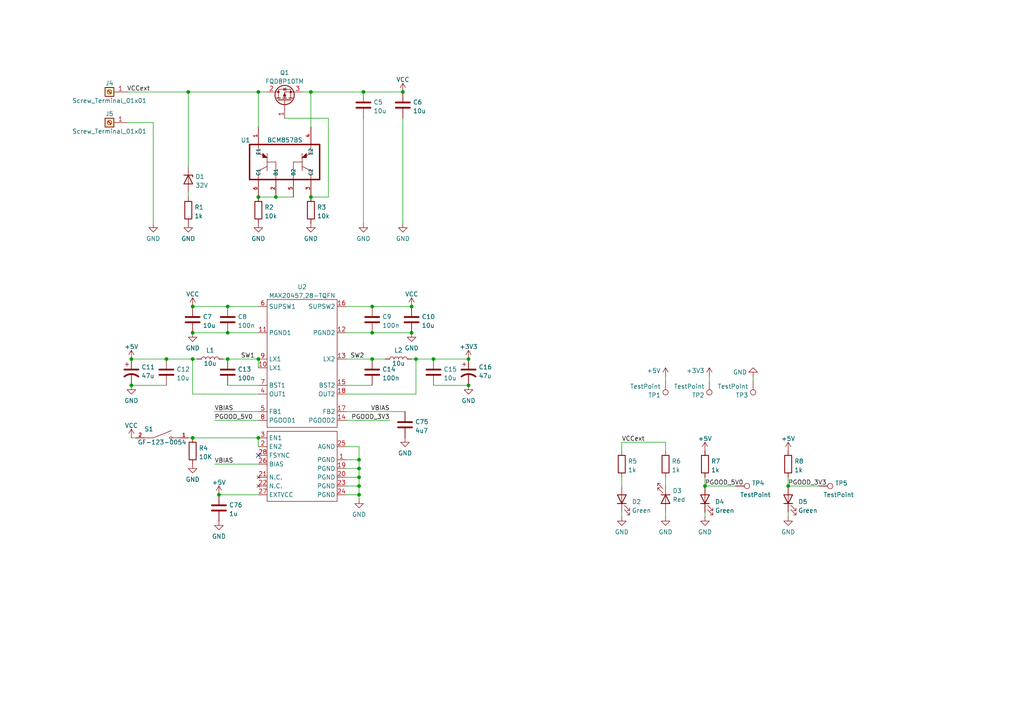
<source format=kicad_sch>
(kicad_sch (version 20211123) (generator eeschema)
  (paper "A4")
  (lib_symbols
    (symbol "BCM857BS:BCM857BS" (pin_names (offset 1.016))
      (property "Reference" "U" (at 12.6746 3.556 0))
      (property "Value" "BCM857BS" (at 10.1346 -9.0932 0))
      (symbol "BCM857BS_0_0"
        (polyline (pts (xy -10.16 -5.08) (xy -10.16 5.08)) (stroke (width 0.4064)))
        (polyline (pts (xy -10.16 5.08) (xy 10.16 5.08)) (stroke (width 0.4064)))
        (polyline (pts (xy 10.16 -5.08) (xy -10.16 -5.08)) (stroke (width 0.4064)))
        (polyline (pts (xy 10.16 5.08) (xy 10.16 -5.08)) (stroke (width 0.4064)))
      )
      (symbol "BCM857BS_0_1"
        (polyline (pts (xy -5.08 2.54) (xy -5.08 -2.54)))
        (polyline (pts (xy 5.08 2.54) (xy 5.08 -2.54)))
        (polyline (pts (xy -7.62 -5.08) (xy -7.62 -2.54) (xy -5.08 -1.27)))
        (polyline (pts (xy -7.62 5.08) (xy -7.62 2.54) (xy -5.08 1.27)))
        (polyline (pts (xy -5.08 0) (xy -2.54 0) (xy -2.54 -5.08)))
        (polyline (pts (xy 5.08 0) (xy 2.54 0) (xy 2.54 -5.08)))
        (polyline (pts (xy 7.62 -5.08) (xy 7.62 -2.54) (xy 5.08 -1.27)))
        (polyline (pts (xy 7.62 5.08) (xy 7.62 2.54) (xy 5.08 1.27)))
        (polyline (pts (xy -5.08 1.27) (xy -6.35 2.54) (xy -6.35 1.27) (xy -5.08 1.27)) (fill (type outline)))
        (polyline (pts (xy 5.08 1.27) (xy 6.35 2.54) (xy 6.35 1.27) (xy 5.08 1.27)) (fill (type outline)))
      )
      (symbol "BCM857BS_1_0"
        (pin bidirectional line (at -7.62 10.16 270) (length 5.08) (name "E1") (number "1"))
        (pin bidirectional line (at -2.54 -10.16 90) (length 5.08) (name "B1") (number "2"))
        (pin bidirectional line (at 7.62 -10.16 90) (length 5.08) (name "C2") (number "3"))
        (pin bidirectional line (at 7.62 10.16 270) (length 5.08) (name "E2") (number "4"))
        (pin bidirectional line (at 2.54 -10.16 90) (length 5.08) (name "B2") (number "5"))
        (pin bidirectional line (at -7.62 -10.16 90) (length 5.08) (name "C1") (number "6"))
      )
    )
    (symbol "Connector:Screw_Terminal_01x01" (pin_names (offset 1.016) hide)
      (property "Reference" "J" (at 0 2.54 0))
      (property "Value" "Screw_Terminal_01x01" (at 0 -2.54 0))
      (symbol "Screw_Terminal_01x01_1_1"
        (rectangle (start -1.27 1.27) (end 1.27 -1.27) (stroke (width 0.254)) (fill (type background)))
        (polyline (pts (xy -0.5334 0.3302) (xy 0.3302 -0.508)) (stroke (width 0.1524)))
        (polyline (pts (xy -0.3556 0.508) (xy 0.508 -0.3302)) (stroke (width 0.1524)))
        (circle (center 0 0) (radius 0.635) (stroke (width 0.1524)))
        (pin passive line (at -5.08 0 0) (length 3.81) (name "Pin_1") (number "1"))
      )
    )
    (symbol "Connector:TestPoint" (pin_numbers hide) (pin_names (offset 0.762) hide)
      (property "Reference" "TP" (at 0 6.858 0))
      (property "Value" "TestPoint" (at 0 5.08 0))
      (symbol "TestPoint_0_1"
        (circle (center 0 3.302) (radius 0.762))
      )
      (symbol "TestPoint_1_1"
        (pin passive line (at 0 0 90) (length 2.54) (name "1") (number "1"))
      )
    )
    (symbol "Device:C" (pin_numbers hide) (pin_names (offset 0.254))
      (property "Reference" "C" (at 0.635 2.54 0))
      (property "Value" "C" (at 0.635 -2.54 0))
      (symbol "C_0_1"
        (polyline (pts (xy -2.032 -0.762) (xy 2.032 -0.762)) (stroke (width 0.508)))
        (polyline (pts (xy -2.032 0.762) (xy 2.032 0.762)) (stroke (width 0.508)))
      )
      (symbol "C_1_1"
        (pin passive line (at 0 3.81 270) (length 2.794) (name "~") (number "1"))
        (pin passive line (at 0 -3.81 90) (length 2.794) (name "~") (number "2"))
      )
    )
    (symbol "Device:C_Polarized_US" (pin_numbers hide) (pin_names (offset 0.254) hide)
      (property "Reference" "C" (at 0.635 2.54 0))
      (property "Value" "C_Polarized_US" (at 0.635 -2.54 0))
      (symbol "C_Polarized_US_0_1"
        (polyline (pts (xy -2.032 0.762) (xy 2.032 0.762)) (stroke (width 0.508)))
        (polyline (pts (xy -1.778 2.286) (xy -0.762 2.286)))
        (polyline (pts (xy -1.27 1.778) (xy -1.27 2.794)))
        (arc (start 2.032 -1.27) (mid 0 -0.5572) (end -2.032 -1.27) (stroke (width 0.508)))
      )
      (symbol "C_Polarized_US_1_1"
        (pin passive line (at 0 3.81 270) (length 2.794) (name "~") (number "1"))
        (pin passive line (at 0 -3.81 90) (length 3.302) (name "~") (number "2"))
      )
    )
    (symbol "Device:D_Zener" (pin_numbers hide) (pin_names (offset 1.016) hide)
      (property "Reference" "D" (at 0 2.54 0))
      (property "Value" "D_Zener" (at 0 -2.54 0))
      (symbol "D_Zener_0_1"
        (polyline (pts (xy 1.27 0) (xy -1.27 0)))
        (polyline (pts (xy -1.27 -1.27) (xy -1.27 1.27) (xy -0.762 1.27)) (stroke (width 0.254)))
        (polyline (pts (xy 1.27 -1.27) (xy 1.27 1.27) (xy -1.27 0) (xy 1.27 -1.27)) (stroke (width 0.254)))
      )
      (symbol "D_Zener_1_1"
        (pin passive line (at -3.81 0 0) (length 2.54) (name "K") (number "1"))
        (pin passive line (at 3.81 0 180) (length 2.54) (name "A") (number "2"))
      )
    )
    (symbol "Device:L" (pin_numbers hide) (pin_names (offset 1.016) hide)
      (property "Reference" "L" (at -1.27 0 90))
      (property "Value" "L" (at 1.905 0 90))
      (symbol "L_0_1"
        (arc (start 0 -2.54) (mid 0.635 -1.905) (end 0 -1.27))
        (arc (start 0 -1.27) (mid 0.635 -0.635) (end 0 0))
        (arc (start 0 0) (mid 0.635 0.635) (end 0 1.27))
        (arc (start 0 1.27) (mid 0.635 1.905) (end 0 2.54))
      )
      (symbol "L_1_1"
        (pin passive line (at 0 3.81 270) (length 1.27) (name "1") (number "1"))
        (pin passive line (at 0 -3.81 90) (length 1.27) (name "2") (number "2"))
      )
    )
    (symbol "Device:LED" (pin_numbers hide) (pin_names (offset 1.016) hide)
      (property "Reference" "D" (at 0 2.54 0))
      (property "Value" "LED" (at 0 -2.54 0))
      (symbol "LED_0_1"
        (polyline (pts (xy -1.27 -1.27) (xy -1.27 1.27)) (stroke (width 0.254)))
        (polyline (pts (xy -1.27 0) (xy 1.27 0)))
        (polyline (pts (xy 1.27 -1.27) (xy 1.27 1.27) (xy -1.27 0) (xy 1.27 -1.27)) (stroke (width 0.254)))
        (polyline (pts (xy -3.048 -0.762) (xy -4.572 -2.286) (xy -3.81 -2.286) (xy -4.572 -2.286) (xy -4.572 -1.524)))
        (polyline (pts (xy -1.778 -0.762) (xy -3.302 -2.286) (xy -2.54 -2.286) (xy -3.302 -2.286) (xy -3.302 -1.524)))
      )
      (symbol "LED_1_1"
        (pin passive line (at -3.81 0 0) (length 2.54) (name "K") (number "1"))
        (pin passive line (at 3.81 0 180) (length 2.54) (name "A") (number "2"))
      )
    )
    (symbol "Device:Q_PMOS_GDS" (pin_names (offset 0) hide)
      (property "Reference" "Q" (at 5.08 1.27 0))
      (property "Value" "Q_PMOS_GDS" (at 5.08 -1.27 0))
      (symbol "Q_PMOS_GDS_0_1"
        (polyline (pts (xy 0.254 0) (xy -2.54 0)))
        (polyline (pts (xy 0.254 1.905) (xy 0.254 -1.905)) (stroke (width 0.254)))
        (polyline (pts (xy 0.762 -1.27) (xy 0.762 -2.286)) (stroke (width 0.254)))
        (polyline (pts (xy 0.762 0.508) (xy 0.762 -0.508)) (stroke (width 0.254)))
        (polyline (pts (xy 0.762 2.286) (xy 0.762 1.27)) (stroke (width 0.254)))
        (polyline (pts (xy 2.54 2.54) (xy 2.54 1.778)))
        (polyline (pts (xy 2.54 -2.54) (xy 2.54 0) (xy 0.762 0)))
        (polyline (pts (xy 0.762 1.778) (xy 3.302 1.778) (xy 3.302 -1.778) (xy 0.762 -1.778)))
        (polyline (pts (xy 2.286 0) (xy 1.27 0.381) (xy 1.27 -0.381) (xy 2.286 0)) (fill (type outline)))
        (polyline (pts (xy 2.794 -0.508) (xy 2.921 -0.381) (xy 3.683 -0.381) (xy 3.81 -0.254)))
        (polyline (pts (xy 3.302 -0.381) (xy 2.921 0.254) (xy 3.683 0.254) (xy 3.302 -0.381)))
        (circle (center 1.651 0) (radius 2.794) (stroke (width 0.254)))
        (circle (center 2.54 -1.778) (radius 0.254) (fill (type outline)))
        (circle (center 2.54 1.778) (radius 0.254) (fill (type outline)))
      )
      (symbol "Q_PMOS_GDS_1_1"
        (pin input line (at -5.08 0 0) (length 2.54) (name "G") (number "1"))
        (pin passive line (at 2.54 5.08 270) (length 2.54) (name "D") (number "2"))
        (pin passive line (at 2.54 -5.08 90) (length 2.54) (name "S") (number "3"))
      )
    )
    (symbol "Device:R" (pin_numbers hide) (pin_names (offset 0))
      (property "Reference" "R" (at 2.032 0 90))
      (property "Value" "R" (at 0 0 90))
      (symbol "R_0_1"
        (rectangle (start -1.016 -2.54) (end 1.016 2.54) (stroke (width 0.254)))
      )
      (symbol "R_1_1"
        (pin passive line (at 0 3.81 270) (length 1.27) (name "~") (number "1"))
        (pin passive line (at 0 -3.81 90) (length 1.27) (name "~") (number "2"))
      )
    )
    (symbol "GF-123-0054:GF-123-0054" (pin_names (offset 1.016) hide)
      (property "Reference" "S" (at -2.54 2.54 0))
      (property "Value" "GF-123-0054" (at -2.54 -2.54 0))
      (symbol "GF-123-0054_0_0"
        (polyline (pts (xy -2.54 0) (xy -5.08 0)) (stroke (width 0.1524)))
        (polyline (pts (xy -2.54 0) (xy 2.794 2.1336)) (stroke (width 0.1524)))
        (polyline (pts (xy 5.08 0) (xy 2.921 0)) (stroke (width 0.1524)))
        (circle (center 2.54 0) (radius 0.3302) (stroke (width 0.1524)))
        (pin passive line (at 7.62 0 180) (length 2.54) (name "~") (number "1"))
        (pin passive line (at -7.62 0 0) (length 2.54) (name "~") (number "2"))
      )
    )
    (symbol "MASA:MAX20457,28-TQFN"
      (property "Reference" "U" (at 3.175 3.175 0))
      (property "Value" "MAX20457,28-TQFN" (at 13.462 -58.166 0))
      (symbol "MAX20457,28-TQFN_0_0"
        (rectangle (start 2.54 -36.195) (end 22.86 -56.515) (stroke (width 0.1524)))
        (rectangle (start 2.54 2.032) (end 22.86 -35.052) (stroke (width 0.1524)))
      )
      (symbol "MAX20457,28-TQFN_1_1"
        (pin power_in line (at 25.4 -44.45 180) (length 2.54) (name "PGND") (number "1"))
        (pin power_out line (at 0 -17.78 0) (length 2.54) (name "LX1") (number "10"))
        (pin power_in line (at 0 -7.62 0) (length 2.54) (name "PGND1") (number "11"))
        (pin power_in line (at 25.4 -7.62 180) (length 2.54) (name "PGND2") (number "12"))
        (pin power_out line (at 25.4 -15.24 180) (length 2.54) (name "LX2") (number "13"))
        (pin output line (at 25.4 -33.02 180) (length 2.54) (name "PGOOD2") (number "14"))
        (pin unspecified line (at 25.4 -22.86 180) (length 2.54) (name "BST2") (number "15"))
        (pin power_in line (at 25.4 0 180) (length 2.54) (name "SUPSW2") (number "16"))
        (pin output line (at 25.4 -30.48 180) (length 2.54) (name "FB2") (number "17"))
        (pin unspecified line (at 25.4 -25.4 180) (length 2.54) (name "OUT2") (number "18"))
        (pin power_in line (at 25.4 -46.99 180) (length 2.54) (name "PGND") (number "19"))
        (pin input line (at 0 -40.64 0) (length 2.54) (name "EN2") (number "2"))
        (pin power_in line (at 25.4 -49.53 180) (length 2.54) (name "PGND") (number "20"))
        (pin no_connect line (at 0 -49.53 0) (length 2.54) (name "N.C.") (number "21"))
        (pin no_connect line (at 0 -52.07 0) (length 2.54) (name "N.C.") (number "22"))
        (pin power_in line (at 25.4 -52.07 180) (length 2.54) (name "PGND") (number "23"))
        (pin power_in line (at 25.4 -54.61 180) (length 2.54) (name "PGND") (number "24"))
        (pin power_in line (at 25.4 -40.64 180) (length 2.54) (name "AGND") (number "25"))
        (pin input line (at 0 -45.72 0) (length 2.54) (name "BIAS") (number "26"))
        (pin power_in line (at 0 -54.61 0) (length 2.54) (name "EXTVCC") (number "27"))
        (pin input line (at 0 -43.18 0) (length 2.54) (name "FSYNC") (number "28"))
        (pin input line (at 0 -38.1 0) (length 2.54) (name "EN1") (number "3"))
        (pin unspecified line (at 0 -25.4 0) (length 2.54) (name "OUT1") (number "4"))
        (pin output line (at 0 -30.48 0) (length 2.54) (name "FB1") (number "5"))
        (pin power_in line (at 0 0 0) (length 2.54) (name "SUPSW1") (number "6"))
        (pin unspecified line (at 0 -22.86 0) (length 2.54) (name "BST1") (number "7"))
        (pin output line (at 0 -33.02 0) (length 2.54) (name "PGOOD1") (number "8"))
        (pin power_out line (at 0 -15.24 0) (length 2.54) (name "LX1") (number "9"))
      )
    )
    (symbol "power:+3V3" (power) (pin_names (offset 0))
      (property "Value" "+3V3" (at 0 3.556 0))
      (symbol "+3V3_0_1"
        (polyline (pts (xy -0.762 1.27) (xy 0 2.54)))
        (polyline (pts (xy 0 0) (xy 0 2.54)))
        (polyline (pts (xy 0 2.54) (xy 0.762 1.27)))
      )
      (symbol "+3V3_1_1"
        (pin power_in line (at 0 0 90) (length 0) hide (name "+3V3") (number "1"))
      )
    )
    (symbol "power:+5V" (power) (pin_names (offset 0))
      (property "Value" "+5V" (at 0 3.556 0))
      (symbol "+5V_0_1"
        (polyline (pts (xy -0.762 1.27) (xy 0 2.54)))
        (polyline (pts (xy 0 0) (xy 0 2.54)))
        (polyline (pts (xy 0 2.54) (xy 0.762 1.27)))
      )
      (symbol "+5V_1_1"
        (pin power_in line (at 0 0 90) (length 0) hide (name "+5V") (number "1"))
      )
    )
    (symbol "power:GND" (power) (pin_names (offset 0))
      (property "Value" "GND" (at 0 -3.81 0))
      (symbol "GND_0_1"
        (polyline (pts (xy 0 0) (xy 0 -1.27) (xy 1.27 -1.27) (xy 0 -2.54) (xy -1.27 -1.27) (xy 0 -1.27)))
      )
      (symbol "GND_1_1"
        (pin power_in line (at 0 0 270) (length 0) hide (name "GND") (number "1"))
      )
    )
    (symbol "power:VCC" (power) (pin_names (offset 0))
      (property "Value" "VCC" (at 0 3.81 0))
      (symbol "VCC_0_1"
        (polyline (pts (xy -0.762 1.27) (xy 0 2.54)))
        (polyline (pts (xy 0 0) (xy 0 2.54)))
        (polyline (pts (xy 0 2.54) (xy 0.762 1.27)))
      )
      (symbol "VCC_1_1"
        (pin power_in line (at 0 0 90) (length 0) hide (name "VCC") (number "1"))
      )
    )
  )
  (junction (at 107.95 104.14))
  (junction (at 107.95 96.52))
  (junction (at 107.95 88.9))
  (junction (at 119.38 88.9))
  (junction (at 55.88 96.52))
  (junction (at 66.04 104.14))
  (junction (at 104.14 138.43))
  (junction (at 63.5 143.51))
  (junction (at 135.89 111.76))
  (junction (at 204.47 140.97))
  (junction (at 55.88 88.9))
  (junction (at 74.93 26.67))
  (junction (at 105.41 26.67))
  (junction (at 48.26 104.14))
  (junction (at 104.14 135.89))
  (junction (at 54.61 26.67))
  (junction (at 125.73 104.14))
  (junction (at 74.93 104.14))
  (junction (at 120.65 104.14))
  (junction (at 38.1 104.14))
  (junction (at 104.14 140.97))
  (junction (at 119.38 96.52))
  (junction (at 104.14 133.35))
  (junction (at 116.84 26.67))
  (junction (at 38.1 111.76))
  (junction (at 80.01 57.15))
  (junction (at 66.04 96.52))
  (junction (at 90.17 57.15))
  (junction (at 104.14 143.51))
  (junction (at 55.88 104.14))
  (junction (at 74.93 57.15))
  (junction (at 55.88 127))
  (junction (at 228.6 140.97))
  (junction (at 74.93 127))
  (junction (at 135.89 104.14))
  (junction (at 90.17 26.67))
  (junction (at 66.04 88.9))
  (no_connect (at 74.93 132.08))
  (wire (pts (xy 82.55 34.29) (xy 95.25 34.29)))
  (wire (pts (xy 228.6 138.43) (xy 228.6 140.97)))
  (wire (pts (xy 193.04 138.43) (xy 193.04 140.97)))
  (wire (pts (xy 228.6 140.97) (xy 237.49 140.97)))
  (wire (pts (xy 104.14 133.35) (xy 104.14 135.89)))
  (wire (pts (xy 90.17 26.67) (xy 90.17 36.83)))
  (wire (pts (xy 90.17 26.67) (xy 105.41 26.67)))
  (wire (pts (xy 55.88 127) (xy 54.61 127)))
  (wire (pts (xy 66.04 88.9) (xy 74.93 88.9)))
  (wire (pts (xy 100.33 111.76) (xy 107.95 111.76)))
  (wire (pts (xy 228.6 149.86) (xy 228.6 148.59)))
  (wire (pts (xy 104.14 144.78) (xy 104.14 143.51)))
  (wire (pts (xy 104.14 138.43) (xy 104.14 140.97)))
  (wire (pts (xy 104.14 140.97) (xy 104.14 143.51)))
  (wire (pts (xy 74.93 26.67) (xy 74.93 36.83)))
  (wire (pts (xy 64.77 104.14) (xy 66.04 104.14)))
  (wire (pts (xy 120.65 104.14) (xy 120.65 114.3)))
  (wire (pts (xy 36.83 26.67) (xy 54.61 26.67)))
  (wire (pts (xy 77.47 26.67) (xy 74.93 26.67)))
  (wire (pts (xy 105.41 64.77) (xy 105.41 34.29)))
  (wire (pts (xy 74.93 104.14) (xy 74.93 106.68)))
  (wire (pts (xy 74.93 57.15) (xy 80.01 57.15)))
  (wire (pts (xy 55.88 88.9) (xy 66.04 88.9)))
  (wire (pts (xy 204.47 140.97) (xy 213.36 140.97)))
  (wire (pts (xy 180.34 149.86) (xy 180.34 148.59)))
  (wire (pts (xy 218.44 109.22) (xy 218.44 110.49)))
  (wire (pts (xy 39.37 127) (xy 38.1 127)))
  (wire (pts (xy 38.1 111.76) (xy 48.26 111.76)))
  (wire (pts (xy 63.5 143.51) (xy 74.93 143.51)))
  (wire (pts (xy 104.14 135.89) (xy 100.33 135.89)))
  (wire (pts (xy 193.04 128.27) (xy 180.34 128.27)))
  (wire (pts (xy 105.41 26.67) (xy 116.84 26.67)))
  (wire (pts (xy 119.38 88.9) (xy 107.95 88.9)))
  (wire (pts (xy 87.63 26.67) (xy 90.17 26.67)))
  (wire (pts (xy 104.14 138.43) (xy 100.33 138.43)))
  (wire (pts (xy 48.26 104.14) (xy 55.88 104.14)))
  (wire (pts (xy 100.33 121.92) (xy 113.03 121.92)))
  (wire (pts (xy 180.34 128.27) (xy 180.34 130.81)))
  (wire (pts (xy 104.14 133.35) (xy 100.33 133.35)))
  (wire (pts (xy 100.33 114.3) (xy 120.65 114.3)))
  (wire (pts (xy 204.47 138.43) (xy 204.47 140.97)))
  (wire (pts (xy 193.04 128.27) (xy 193.04 130.81)))
  (wire (pts (xy 44.45 35.56) (xy 44.45 64.77)))
  (wire (pts (xy 104.14 143.51) (xy 100.33 143.51)))
  (wire (pts (xy 55.88 104.14) (xy 55.88 114.3)))
  (wire (pts (xy 120.65 104.14) (xy 125.73 104.14)))
  (wire (pts (xy 54.61 55.88) (xy 54.61 57.15)))
  (wire (pts (xy 100.33 88.9) (xy 107.95 88.9)))
  (wire (pts (xy 205.74 109.22) (xy 205.74 110.49)))
  (wire (pts (xy 180.34 138.43) (xy 180.34 140.97)))
  (wire (pts (xy 66.04 104.14) (xy 74.93 104.14)))
  (wire (pts (xy 119.38 96.52) (xy 107.95 96.52)))
  (wire (pts (xy 104.14 135.89) (xy 104.14 138.43)))
  (wire (pts (xy 100.33 96.52) (xy 107.95 96.52)))
  (wire (pts (xy 95.25 57.15) (xy 90.17 57.15)))
  (wire (pts (xy 80.01 57.15) (xy 85.09 57.15)))
  (wire (pts (xy 66.04 111.76) (xy 74.93 111.76)))
  (wire (pts (xy 125.73 104.14) (xy 135.89 104.14)))
  (wire (pts (xy 62.23 121.92) (xy 74.93 121.92)))
  (wire (pts (xy 119.38 104.14) (xy 120.65 104.14)))
  (wire (pts (xy 55.88 127) (xy 74.93 127)))
  (wire (pts (xy 100.33 104.14) (xy 107.95 104.14)))
  (wire (pts (xy 104.14 129.54) (xy 104.14 133.35)))
  (wire (pts (xy 55.88 114.3) (xy 74.93 114.3)))
  (wire (pts (xy 38.1 104.14) (xy 48.26 104.14)))
  (wire (pts (xy 54.61 48.26) (xy 54.61 26.67)))
  (wire (pts (xy 62.23 119.38) (xy 74.93 119.38)))
  (wire (pts (xy 55.88 96.52) (xy 66.04 96.52)))
  (wire (pts (xy 107.95 104.14) (xy 111.76 104.14)))
  (wire (pts (xy 36.83 35.56) (xy 44.45 35.56)))
  (wire (pts (xy 66.04 96.52) (xy 74.93 96.52)))
  (wire (pts (xy 193.04 109.22) (xy 193.04 110.49)))
  (wire (pts (xy 125.73 111.76) (xy 135.89 111.76)))
  (wire (pts (xy 100.33 119.38) (xy 117.475 119.38)))
  (wire (pts (xy 54.61 26.67) (xy 74.93 26.67)))
  (wire (pts (xy 62.23 134.62) (xy 74.93 134.62)))
  (wire (pts (xy 116.84 64.77) (xy 116.84 34.29)))
  (wire (pts (xy 74.93 127) (xy 74.93 129.54)))
  (wire (pts (xy 193.04 149.86) (xy 193.04 148.59)))
  (wire (pts (xy 95.25 34.29) (xy 95.25 57.15)))
  (wire (pts (xy 204.47 149.86) (xy 204.47 148.59)))
  (wire (pts (xy 104.14 140.97) (xy 100.33 140.97)))
  (wire (pts (xy 104.14 129.54) (xy 100.33 129.54)))
  (wire (pts (xy 57.15 104.14) (xy 55.88 104.14)))
  (label "VBIAS" (at 62.23 134.62 0))
  (label "PGOOD_5V0" (at 62.23 121.92 0))
  (label "PGOOD_5V0" (at 204.47 140.97 0))
  (label "VCCext" (at 180.34 128.27 0))
  (label "VBIAS" (at 62.23 119.38 0))
  (label "PGOOD_3V3" (at 113.03 121.92 180))
  (label "PGOOD_3V3" (at 228.6 140.97 0))
  (label "VBIAS" (at 113.03 119.38 180))
  (label "SW1" (at 69.85 104.14 0))
  (label "VCCext" (at 36.83 26.67 0))
  (label "SW2" (at 101.6 104.14 0))
  (symbol (lib_id "Device:R") (at 74.93 60.96 0) (unit 1)
    (property "Reference" "R2" (at 76.708 60.1253 0) (effects (justify left)))
    (property "Value" "10k" (at 76.708 62.6622 0) (effects (justify left)))
    (property "Footprint" "Resistor_SMD:R_0805_2012Metric_Pad1.20x1.40mm_HandSolder" (effects hide))
  )
  (symbol (lib_id "power:GND") (at 44.45 64.77 0) (unit 1)
    (property "Reference" "#PWR012" (effects hide))
    (property "Value" "GND" (at 44.45 69.2134 0))
  )
  (symbol (lib_id "Device:C") (at 66.04 92.71 0) (unit 1)
    (property "Reference" "C8" (at 68.961 91.8753 0) (effects (justify left)))
    (property "Value" "100n" (at 68.961 94.4122 0) (effects (justify left)))
    (property "Footprint" "Capacitor_SMD:C_0805_2012Metric_Pad1.18x1.45mm_HandSolder" (effects hide))
  )
  (symbol (lib_id "power:+3V3") (at 135.89 104.14 0) (unit 1)
    (property "Reference" "#PWR023" (effects hide))
    (property "Value" "+3V3" (at 135.89 100.5642 0))
  )
  (symbol (lib_id "Device:R") (at 228.6 134.62 0) (unit 1)
    (property "Reference" "R8" (at 230.378 133.7853 0) (effects (justify left)))
    (property "Value" "1k" (at 230.378 136.3222 0) (effects (justify left)))
    (property "Footprint" "Resistor_SMD:R_0805_2012Metric_Pad1.20x1.40mm_HandSolder" (effects hide))
  )
  (symbol (lib_id "power:+3V3") (at 205.74 109.22 0) (unit 1)
    (property "Reference" "#PWR025" (effects hide))
    (property "Value" "+3V3" (at 204.343 107.5162 0) (effects (justify right)))
  )
  (symbol (lib_id "power:GND") (at 55.88 134.62 0) (unit 1)
    (property "Reference" "#PWR032" (effects hide))
    (property "Value" "GND" (at 55.88 139.0634 0))
  )
  (symbol (lib_id "Connector:TestPoint") (at 218.44 110.49 180) (unit 1)
    (property "Reference" "TP3" (at 217.043 114.6267 0) (effects (justify left)))
    (property "Value" "TestPoint" (at 217.043 112.0898 0) (effects (justify left)))
    (property "Footprint" "TestPoint:TestPoint_Pad_D2.0mm" (effects hide))
  )
  (symbol (lib_id "Device:C") (at 107.95 107.95 180) (unit 1)
    (property "Reference" "C14" (at 110.871 107.1153 0) (effects (justify right)))
    (property "Value" "100n" (at 110.871 109.6522 0) (effects (justify right)))
    (property "Footprint" "Capacitor_SMD:C_0805_2012Metric_Pad1.18x1.45mm_HandSolder" (effects hide))
  )
  (symbol (lib_id "Device:LED") (at 204.47 144.78 90) (unit 1)
    (property "Reference" "D4" (at 207.391 145.5328 90) (effects (justify right)))
    (property "Value" "Green" (at 207.391 148.0697 90) (effects (justify right)))
    (property "Footprint" "Diode_SMD:D_0805_2012Metric_Pad1.15x1.40mm_HandSolder" (effects hide))
  )
  (symbol (lib_id "Device:C") (at 105.41 30.48 0) (unit 1)
    (property "Reference" "C5" (at 108.331 29.6453 0) (effects (justify left)))
    (property "Value" "10u" (at 108.331 32.1822 0) (effects (justify left)))
    (property "Footprint" "Capacitor_SMD:C_0805_2012Metric_Pad1.18x1.45mm_HandSolder" (effects hide))
  )
  (symbol (lib_id "power:GND") (at 228.6 149.86 0) (unit 1)
    (property "Reference" "#PWR038" (effects hide))
    (property "Value" "GND" (at 228.6 154.3034 0))
  )
  (symbol (lib_id "Device:C_Polarized_US") (at 38.1 107.95 0) (unit 1)
    (property "Reference" "C11" (at 41.021 106.4803 0) (effects (justify left)))
    (property "Value" "47u" (at 41.021 109.0172 0) (effects (justify left)))
    (property "Footprint" "Capacitor_SMD:C_Elec_6.3x5.8" (effects hide))
  )
  (symbol (lib_id "power:VCC") (at 119.38 88.9 0) (unit 1)
    (property "Reference" "#PWR019" (effects hide))
    (property "Value" "VCC" (at 119.38 85.3242 0))
  )
  (symbol (lib_id "Connector:TestPoint") (at 237.49 140.97 270) (unit 1)
    (property "Reference" "TP5" (at 242.189 140.1353 90) (effects (justify left)))
    (property "Value" "TestPoint" (at 238.76 143.51 90) (effects (justify left)))
    (property "Footprint" "TestPoint:TestPoint_Pad_D2.0mm" (effects hide))
  )
  (symbol (lib_id "Device:C") (at 125.73 107.95 0) (unit 1)
    (property "Reference" "C15" (at 128.651 107.1153 0) (effects (justify left)))
    (property "Value" "10u" (at 128.651 109.6522 0) (effects (justify left)))
    (property "Footprint" "Capacitor_SMD:C_0805_2012Metric_Pad1.18x1.45mm_HandSolder" (effects hide))
  )
  (symbol (lib_id "power:GND") (at 204.47 149.86 0) (unit 1)
    (property "Reference" "#PWR037" (effects hide))
    (property "Value" "GND" (at 204.47 154.3034 0))
  )
  (symbol (lib_id "power:GND") (at 104.14 144.78 0) (unit 1)
    (property "Reference" "#PWR034" (effects hide))
    (property "Value" "GND" (at 104.14 149.2234 0))
  )
  (symbol (lib_id "Device:C") (at 117.475 123.19 0) (unit 1)
    (property "Reference" "C75" (at 120.396 122.3553 0) (effects (justify left)))
    (property "Value" "4u7" (at 120.396 124.8922 0) (effects (justify left)))
    (property "Footprint" "Capacitor_SMD:C_0805_2012Metric_Pad1.18x1.45mm_HandSolder" (effects hide))
  )
  (symbol (lib_id "power:GND") (at 135.89 111.76 0) (unit 1)
    (property "Reference" "#PWR028" (effects hide))
    (property "Value" "GND" (at 135.89 116.2034 0))
  )
  (symbol (lib_id "Device:R") (at 193.04 134.62 0) (unit 1)
    (property "Reference" "R6" (at 194.818 133.7853 0) (effects (justify left)))
    (property "Value" "1k" (at 194.818 136.3222 0) (effects (justify left)))
    (property "Footprint" "Resistor_SMD:R_0805_2012Metric_Pad1.20x1.40mm_HandSolder" (effects hide))
  )
  (symbol (lib_id "power:GND") (at 38.1 111.76 0) (unit 1)
    (property "Reference" "#PWR027" (effects hide))
    (property "Value" "GND" (at 38.1 116.2034 0))
  )
  (symbol (lib_id "Device:C") (at 48.26 107.95 0) (unit 1)
    (property "Reference" "C12" (at 51.181 107.1153 0) (effects (justify left)))
    (property "Value" "10u" (at 51.181 109.6522 0) (effects (justify left)))
    (property "Footprint" "Capacitor_SMD:C_0805_2012Metric_Pad1.18x1.45mm_HandSolder" (effects hide))
  )
  (symbol (lib_id "Device:R") (at 204.47 134.62 0) (unit 1)
    (property "Reference" "R7" (at 206.248 133.7853 0) (effects (justify left)))
    (property "Value" "1k" (at 206.248 136.3222 0) (effects (justify left)))
    (property "Footprint" "Resistor_SMD:R_0805_2012Metric_Pad1.20x1.40mm_HandSolder" (effects hide))
  )
  (symbol (lib_id "power:+5V") (at 63.5 143.51 0) (unit 1)
    (property "Reference" "#PWR033" (effects hide))
    (property "Value" "+5V" (at 63.5 139.9342 0))
  )
  (symbol (lib_id "power:+5V") (at 193.04 109.22 0) (unit 1)
    (property "Reference" "#PWR024" (effects hide))
    (property "Value" "+5V" (at 191.643 107.5162 0) (effects (justify right)))
  )
  (symbol (lib_id "Device:R") (at 90.17 60.96 0) (unit 1)
    (property "Reference" "R3" (at 91.948 60.1253 0) (effects (justify left)))
    (property "Value" "10k" (at 91.948 62.6622 0) (effects (justify left)))
    (property "Footprint" "Resistor_SMD:R_0805_2012Metric_Pad1.20x1.40mm_HandSolder" (effects hide))
  )
  (symbol (lib_id "power:GND") (at 63.5 151.13 0) (unit 1)
    (property "Reference" "#PWR0270" (effects hide))
    (property "Value" "GND" (at 63.5 155.5734 0))
  )
  (symbol (lib_id "power:GND") (at 117.475 127 0) (unit 1)
    (property "Reference" "#PWR0269" (effects hide))
    (property "Value" "GND" (at 117.475 131.4434 0))
  )
  (symbol (lib_id "power:VCC") (at 116.84 26.67 0) (unit 1)
    (property "Reference" "#PWR011" (effects hide))
    (property "Value" "VCC" (at 116.84 23.0942 0))
  )
  (symbol (lib_id "Device:C") (at 55.88 92.71 0) (unit 1)
    (property "Reference" "C7" (at 58.801 91.8753 0) (effects (justify left)))
    (property "Value" "10u" (at 58.801 94.4122 0) (effects (justify left)))
    (property "Footprint" "Capacitor_SMD:C_0805_2012Metric_Pad1.18x1.45mm_HandSolder" (effects hide))
  )
  (symbol (lib_id "power:GND") (at 193.04 149.86 0) (unit 1)
    (property "Reference" "#PWR036" (effects hide))
    (property "Value" "GND" (at 193.04 154.3034 0))
  )
  (symbol (lib_id "Device:R") (at 180.34 134.62 0) (unit 1)
    (property "Reference" "R5" (at 182.118 133.7853 0) (effects (justify left)))
    (property "Value" "1k" (at 182.118 136.3222 0) (effects (justify left)))
    (property "Footprint" "Resistor_SMD:R_0805_2012Metric_Pad1.20x1.40mm_HandSolder" (effects hide))
  )
  (symbol (lib_id "power:GND") (at 90.17 64.77 0) (unit 1)
    (property "Reference" "#PWR015" (effects hide))
    (property "Value" "GND" (at 90.17 69.2134 0))
  )
  (symbol (lib_id "Device:C_Polarized_US") (at 135.89 107.95 0) (unit 1)
    (property "Reference" "C16" (at 138.811 106.4803 0) (effects (justify left)))
    (property "Value" "47u" (at 138.811 109.0172 0) (effects (justify left)))
    (property "Footprint" "Capacitor_SMD:C_Elec_6.3x5.8" (effects hide))
  )
  (symbol (lib_id "Device:L") (at 115.57 104.14 90) (unit 1)
    (property "Reference" "L2" (at 115.57 101.6 90))
    (property "Value" "10u" (at 115.57 105.41 90))
    (property "Footprint" "Inductor_SMD:L_1210_3225Metric_Pad1.42x2.65mm_HandSolder" (effects hide))
  )
  (symbol (lib_id "MASA:MAX20457,28-TQFN") (at 74.93 88.9 0) (unit 1)
    (property "Reference" "U2" (at 87.63 83.219 0))
    (property "Value" "MAX20457,28-TQFN" (at 87.63 85.7559 0))
    (property "Footprint" "Package_DFN_QFN:TQFN-28-1EP_5x5mm_P0.5mm_EP2.7x2.7mm" (effects hide))
    (property "Datasheet" "https://media.digikey.com/pdf/Data%20Sheets/Maxim%20PDFs/MAX20457.pdf" (effects hide))
  )
  (symbol (lib_id "power:VCC") (at 55.88 88.9 0) (unit 1)
    (property "Reference" "#PWR018" (effects hide))
    (property "Value" "VCC" (at 55.88 85.3242 0))
  )
  (symbol (lib_id "Connector:TestPoint") (at 193.04 110.49 180) (unit 1)
    (property "Reference" "TP1" (at 191.643 114.6267 0) (effects (justify left)))
    (property "Value" "TestPoint" (at 191.643 112.0898 0) (effects (justify left)))
    (property "Footprint" "TestPoint:TestPoint_Pad_D2.0mm" (effects hide))
  )
  (symbol (lib_id "GF-123-0054:GF-123-0054") (at 46.99 127 0) (unit 1)
    (property "Reference" "S1" (at 43.18 124.46 0))
    (property "Value" "GF-123-0054" (at 46.99 128.27 0))
    (property "Footprint" "MASA_footprint:SW_GF-123-0054" (effects hide))
    (property "PARTREV" "May 20, 2003" (effects hide))
    (property "MAXIMUM_PACKAGE_HIEGHT" "14.96 mm" (effects hide))
    (property "MANUFACTURER" "CW Industries" (effects hide))
    (property "STANDARD" "Manufacturer Recommendations" (effects hide))
  )
  (symbol (lib_id "Device:LED") (at 193.04 144.78 270) (unit 1)
    (property "Reference" "D3" (at 195.072 142.3578 90) (effects (justify left)))
    (property "Value" "Red" (at 195.072 144.8947 90) (effects (justify left)))
    (property "Footprint" "Diode_SMD:D_0805_2012Metric_Pad1.15x1.40mm_HandSolder" (effects hide))
  )
  (symbol (lib_id "Connector:TestPoint") (at 213.36 140.97 270) (unit 1)
    (property "Reference" "TP4" (at 218.059 140.1353 90) (effects (justify left)))
    (property "Value" "TestPoint" (at 214.63 143.51 90) (effects (justify left)))
    (property "Footprint" "TestPoint:TestPoint_Pad_D2.0mm" (effects hide))
  )
  (symbol (lib_id "power:GND") (at 180.34 149.86 0) (unit 1)
    (property "Reference" "#PWR035" (effects hide))
    (property "Value" "GND" (at 180.34 154.3034 0))
  )
  (symbol (lib_id "Device:R") (at 54.61 60.96 0) (unit 1)
    (property "Reference" "R1" (at 56.388 60.1253 0) (effects (justify left)))
    (property "Value" "1k" (at 56.388 62.6622 0) (effects (justify left)))
    (property "Footprint" "Resistor_SMD:R_0805_2012Metric_Pad1.20x1.40mm_HandSolder" (effects hide))
  )
  (symbol (lib_id "Device:C") (at 63.5 147.32 0) (unit 1)
    (property "Reference" "C76" (at 66.421 146.4853 0) (effects (justify left)))
    (property "Value" "1u" (at 66.421 149.0222 0) (effects (justify left)))
    (property "Footprint" "Capacitor_SMD:C_0805_2012Metric_Pad1.18x1.45mm_HandSolder" (effects hide))
  )
  (symbol (lib_id "Device:L") (at 60.96 104.14 90) (unit 1)
    (property "Reference" "L1" (at 60.96 101.6 90))
    (property "Value" "10u" (at 60.96 105.41 90))
    (property "Footprint" "MASA_footprint:L_10.7x10.0mm_H4mm" (effects hide))
  )
  (symbol (lib_id "power:GND") (at 105.41 64.77 0) (unit 1)
    (property "Reference" "#PWR016" (effects hide))
    (property "Value" "GND" (at 105.41 69.2134 0))
  )
  (symbol (lib_id "power:GND") (at 119.38 96.52 0) (unit 1)
    (property "Reference" "#PWR021" (effects hide))
    (property "Value" "GND" (at 119.38 100.9634 0))
  )
  (symbol (lib_id "power:GND") (at 116.84 64.77 0) (unit 1)
    (property "Reference" "#PWR017" (effects hide))
    (property "Value" "GND" (at 116.84 69.2134 0))
  )
  (symbol (lib_id "power:+5V") (at 38.1 104.14 0) (unit 1)
    (property "Reference" "#PWR022" (effects hide))
    (property "Value" "+5V" (at 38.1 100.5642 0))
  )
  (symbol (lib_id "power:VCC") (at 38.1 127 0) (unit 1)
    (property "Reference" "#PWR029" (effects hide))
    (property "Value" "VCC" (at 38.1 123.4242 0))
  )
  (symbol (lib_id "Device:D_Zener") (at 54.61 52.07 270) (unit 1)
    (property "Reference" "D1" (at 56.642 51.2353 90) (effects (justify left)))
    (property "Value" "32V" (at 56.642 53.7722 90) (effects (justify left)))
    (property "Footprint" "Capacitor_SMD:C_0805_2012Metric_Pad1.18x1.45mm_HandSolder" (effects hide))
  )
  (symbol (lib_id "Device:C") (at 66.04 107.95 180) (unit 1)
    (property "Reference" "C13" (at 68.961 107.1153 0) (effects (justify right)))
    (property "Value" "100n" (at 68.961 109.6522 0) (effects (justify right)))
    (property "Footprint" "Capacitor_SMD:C_0805_2012Metric_Pad1.18x1.45mm_HandSolder" (effects hide))
  )
  (symbol (lib_id "power:GND") (at 54.61 64.77 0) (unit 1)
    (property "Reference" "#PWR013" (effects hide))
    (property "Value" "GND" (at 54.61 69.2134 0))
  )
  (symbol (lib_id "power:+5V") (at 228.6 130.81 0) (unit 1)
    (property "Reference" "#PWR031" (effects hide))
    (property "Value" "+5V" (at 228.6 127.2342 0))
  )
  (symbol (lib_id "BCM857BS:BCM857BS") (at 82.55 46.99 0) (unit 1)
    (property "Reference" "U1" (at 69.85 40.64 0) (effects (justify left)))
    (property "Value" "BCM857BS" (at 77.47 40.64 0) (effects (justify left)))
    (property "Footprint" "Package_TO_SOT_SMD:SOT-363_SC-70-6_Handsoldering" (effects hide))
    (property "Datasheet" "SOT-363 Diodes Inc." (effects hide))
    (property "Field4" "Diodes Inc." (effects hide))
    (property "Field5" "BCM857BS" (effects hide))
    (property "Field6" "0.10 USD" (effects hide))
    (property "Field7" "Trans GP BJT PNP 45V 0.1A 6-Pin SOT-363 T/R" (effects hide))
    (property "Field8" "Unavailable" (effects hide))
  )
  (symbol (lib_id "Device:LED") (at 180.34 144.78 90) (unit 1)
    (property "Reference" "D2" (at 183.261 145.5328 90) (effects (justify right)))
    (property "Value" "Green" (at 183.261 148.0697 90) (effects (justify right)))
    (property "Footprint" "Diode_SMD:D_0805_2012Metric_Pad1.15x1.40mm_HandSolder" (effects hide))
  )
  (symbol (lib_id "power:GND") (at 218.44 109.22 180) (unit 1)
    (property "Reference" "#PWR026" (effects hide))
    (property "Value" "GND" (at 214.63 107.95 0))
  )
  (symbol (lib_id "Device:LED") (at 228.6 144.78 90) (unit 1)
    (property "Reference" "D5" (at 231.521 145.5328 90) (effects (justify right)))
    (property "Value" "Green" (at 231.521 148.0697 90) (effects (justify right)))
    (property "Footprint" "Diode_SMD:D_0805_2012Metric_Pad1.15x1.40mm_HandSolder" (effects hide))
  )
  (symbol (lib_id "Device:C") (at 119.38 92.71 0) (unit 1)
    (property "Reference" "C10" (at 122.301 91.8753 0) (effects (justify left)))
    (property "Value" "10u" (at 122.301 94.4122 0) (effects (justify left)))
    (property "Footprint" "Capacitor_SMD:C_0805_2012Metric_Pad1.18x1.45mm_HandSolder" (effects hide))
  )
  (symbol (lib_id "power:GND") (at 55.88 96.52 0) (unit 1)
    (property "Reference" "#PWR020" (effects hide))
    (property "Value" "GND" (at 55.88 100.9634 0))
  )
  (symbol (lib_id "Device:Q_PMOS_GDS") (at 82.55 29.21 90) (unit 1)
    (property "Reference" "Q1" (at 82.55 21.0652 90))
    (property "Value" "FQD8P10TM" (at 82.55 23.6021 90))
    (property "Footprint" "Package_TO_SOT_SMD:TO-252-2" (effects hide))
  )
  (symbol (lib_id "Connector:Screw_Terminal_01x01") (at 31.75 26.67 180) (unit 1)
    (property "Reference" "J4" (at 31.75 24.13 0))
    (property "Value" "Screw_Terminal_01x01" (at 31.75 29.21 0))
    (property "Footprint" "MASA_footprint:ScrewTerminal_1x01_5x7mm" (effects hide))
  )
  (symbol (lib_id "Device:C") (at 107.95 92.71 0) (unit 1)
    (property "Reference" "C9" (at 110.871 91.8753 0) (effects (justify left)))
    (property "Value" "100n" (at 110.871 94.4122 0) (effects (justify left)))
    (property "Footprint" "Capacitor_SMD:C_0805_2012Metric_Pad1.18x1.45mm_HandSolder" (effects hide))
  )
  (symbol (lib_id "power:GND") (at 74.93 64.77 0) (unit 1)
    (property "Reference" "#PWR014" (effects hide))
    (property "Value" "GND" (at 74.93 69.2134 0))
  )
  (symbol (lib_id "Connector:Screw_Terminal_01x01") (at 31.75 35.56 180) (unit 1)
    (property "Reference" "J5" (at 31.75 33.02 0))
    (property "Value" "Screw_Terminal_01x01" (at 31.75 38.1 0))
    (property "Footprint" "MASA_footprint:ScrewTerminal_1x01_5x7mm" (effects hide))
  )
  (symbol (lib_id "Device:C") (at 116.84 30.48 0) (unit 1)
    (property "Reference" "C6" (at 119.761 29.6453 0) (effects (justify left)))
    (property "Value" "10u" (at 119.761 32.1822 0) (effects (justify left)))
    (property "Footprint" "Capacitor_SMD:C_0805_2012Metric_Pad1.18x1.45mm_HandSolder" (effects hide))
  )
  (symbol (lib_id "power:+5V") (at 204.47 130.81 0) (unit 1)
    (property "Reference" "#PWR030" (effects hide))
    (property "Value" "+5V" (at 204.47 127.2342 0))
  )
  (symbol (lib_id "Device:R") (at 55.88 130.81 0) (unit 1)
    (property "Reference" "R4" (at 57.658 129.9753 0) (effects (justify left)))
    (property "Value" "10K" (at 57.658 132.5122 0) (effects (justify left)))
    (property "Footprint" "Resistor_SMD:R_0805_2012Metric_Pad1.20x1.40mm_HandSolder" (effects hide))
  )
  (symbol (lib_id "Connector:TestPoint") (at 205.74 110.49 180) (unit 1)
    (property "Reference" "TP2" (at 204.343 114.6267 0) (effects (justify left)))
    (property "Value" "TestPoint" (at 204.343 112.0898 0) (effects (justify left)))
    (property "Footprint" "TestPoint:TestPoint_Pad_D2.0mm" (effects hide))
  )
)
</source>
